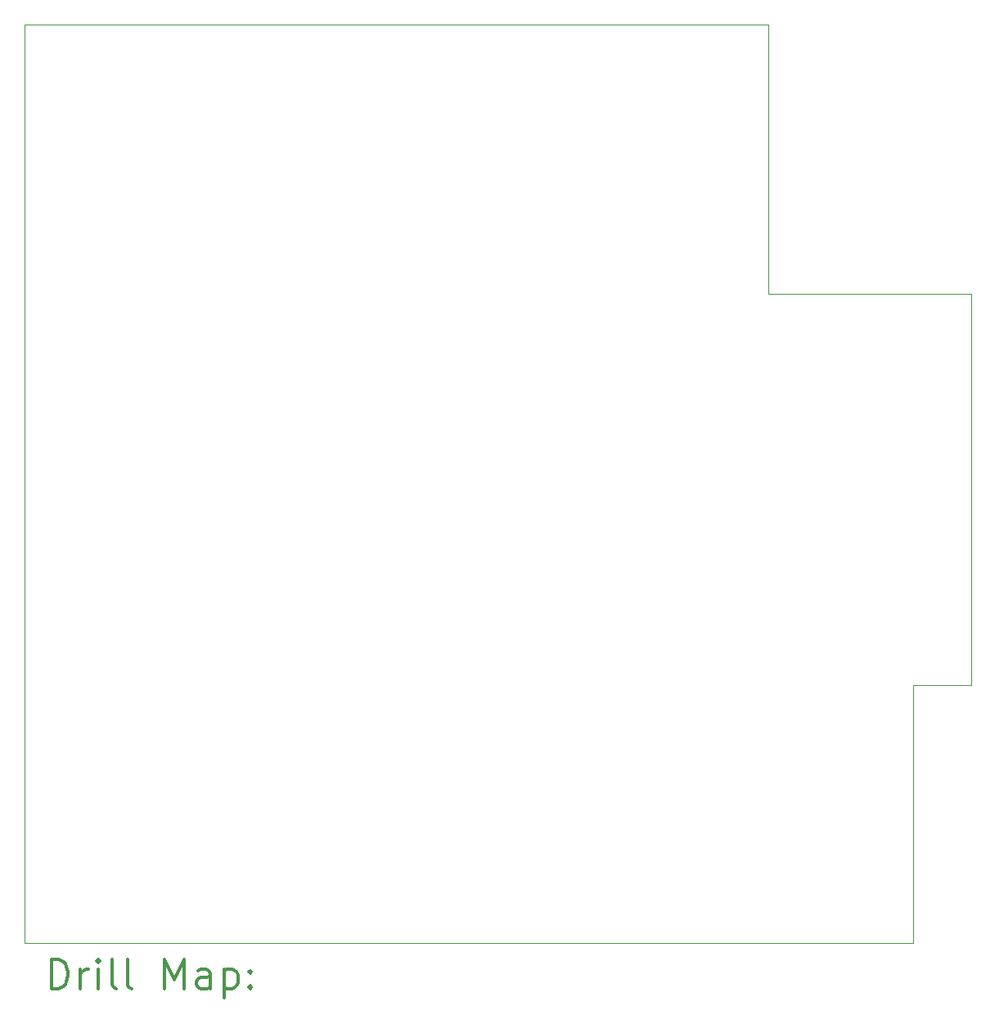
<source format=gbr>
%FSLAX45Y45*%
G04 Gerber Fmt 4.5, Leading zero omitted, Abs format (unit mm)*
G04 Created by KiCad (PCBNEW (5.1.2-1)-1) date 2020-09-17 21:50:59*
%MOMM*%
%LPD*%
G04 APERTURE LIST*
%ADD10C,0.100000*%
%ADD11C,0.200000*%
%ADD12C,0.300000*%
G04 APERTURE END LIST*
D10*
X18950000Y-14000000D02*
X9750000Y-14000000D01*
X9750000Y-14000000D02*
X9750000Y-4500000D01*
X17450000Y-4500000D02*
X9750000Y-4500000D01*
X17450000Y-7283000D02*
X17450000Y-4500000D01*
X18950000Y-11333000D02*
X18950000Y-14000000D01*
X19550000Y-11333000D02*
X18950000Y-11333000D01*
X19550000Y-7283000D02*
X19550000Y-11333000D01*
X17450000Y-7283000D02*
X19550000Y-7283000D01*
D11*
D12*
X10031428Y-14470714D02*
X10031428Y-14170714D01*
X10102857Y-14170714D01*
X10145714Y-14185000D01*
X10174286Y-14213571D01*
X10188571Y-14242143D01*
X10202857Y-14299286D01*
X10202857Y-14342143D01*
X10188571Y-14399286D01*
X10174286Y-14427857D01*
X10145714Y-14456429D01*
X10102857Y-14470714D01*
X10031428Y-14470714D01*
X10331428Y-14470714D02*
X10331428Y-14270714D01*
X10331428Y-14327857D02*
X10345714Y-14299286D01*
X10360000Y-14285000D01*
X10388571Y-14270714D01*
X10417143Y-14270714D01*
X10517143Y-14470714D02*
X10517143Y-14270714D01*
X10517143Y-14170714D02*
X10502857Y-14185000D01*
X10517143Y-14199286D01*
X10531428Y-14185000D01*
X10517143Y-14170714D01*
X10517143Y-14199286D01*
X10702857Y-14470714D02*
X10674286Y-14456429D01*
X10660000Y-14427857D01*
X10660000Y-14170714D01*
X10860000Y-14470714D02*
X10831428Y-14456429D01*
X10817143Y-14427857D01*
X10817143Y-14170714D01*
X11202857Y-14470714D02*
X11202857Y-14170714D01*
X11302857Y-14385000D01*
X11402857Y-14170714D01*
X11402857Y-14470714D01*
X11674286Y-14470714D02*
X11674286Y-14313571D01*
X11660000Y-14285000D01*
X11631428Y-14270714D01*
X11574286Y-14270714D01*
X11545714Y-14285000D01*
X11674286Y-14456429D02*
X11645714Y-14470714D01*
X11574286Y-14470714D01*
X11545714Y-14456429D01*
X11531428Y-14427857D01*
X11531428Y-14399286D01*
X11545714Y-14370714D01*
X11574286Y-14356429D01*
X11645714Y-14356429D01*
X11674286Y-14342143D01*
X11817143Y-14270714D02*
X11817143Y-14570714D01*
X11817143Y-14285000D02*
X11845714Y-14270714D01*
X11902857Y-14270714D01*
X11931428Y-14285000D01*
X11945714Y-14299286D01*
X11960000Y-14327857D01*
X11960000Y-14413571D01*
X11945714Y-14442143D01*
X11931428Y-14456429D01*
X11902857Y-14470714D01*
X11845714Y-14470714D01*
X11817143Y-14456429D01*
X12088571Y-14442143D02*
X12102857Y-14456429D01*
X12088571Y-14470714D01*
X12074286Y-14456429D01*
X12088571Y-14442143D01*
X12088571Y-14470714D01*
X12088571Y-14285000D02*
X12102857Y-14299286D01*
X12088571Y-14313571D01*
X12074286Y-14299286D01*
X12088571Y-14285000D01*
X12088571Y-14313571D01*
M02*

</source>
